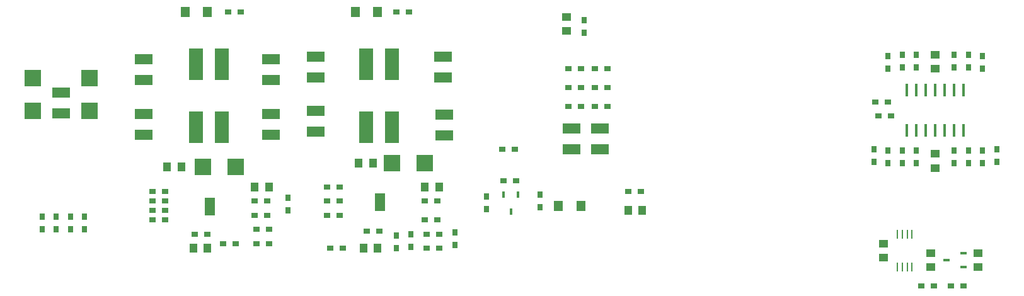
<source format=gbr>
G04 DipTrace 2.4.0.2*
%INTopPaste.gbr*%
%MOIN*%
%ADD60R,0.0077X0.0471*%
%ADD62R,0.0156X0.0707*%
%ADD64R,0.0333X0.0176*%
%ADD66R,0.055X0.0983*%
%ADD68R,0.055X0.0038*%
%ADD71R,0.0766X0.1692*%
%ADD75R,0.0176X0.0333*%
%ADD88R,0.0471X0.055*%
%ADD90R,0.0865X0.0865*%
%ADD92R,0.0511X0.0432*%
%ADD94R,0.0314X0.0353*%
%ADD96R,0.0983X0.055*%
%ADD98R,0.0432X0.0511*%
%ADD100R,0.0353X0.0314*%
%FSLAX44Y44*%
G04*
G70*
G90*
G75*
G01*
%LNTopPaste*%
%LPD*%
D100*
X13250Y6000D3*
X13919D3*
X22250Y5750D3*
X22919D3*
X14000Y4500D3*
X13331D3*
D98*
X10002Y4250D3*
X10750D3*
D100*
X23000D3*
X22331D3*
D98*
X19000D3*
X19748D3*
D96*
X7375Y10250D3*
Y11352D3*
Y14250D3*
Y13148D3*
D98*
X13250Y7500D3*
X13998D3*
D96*
X23219Y13281D3*
Y14383D3*
X23271Y11332D3*
Y10229D3*
D98*
X22250Y7500D3*
X22998D3*
X8625Y8562D3*
X9373D3*
X18750Y8750D3*
X19498D3*
D96*
X14125Y14250D3*
Y13148D3*
Y10250D3*
Y11352D3*
X16469Y11531D3*
Y10428D3*
Y13281D3*
Y14383D3*
D94*
X46750Y8750D3*
Y9419D3*
D92*
X51500Y3250D3*
Y3998D3*
D94*
X47500Y14500D3*
Y13831D3*
X51750Y8750D3*
Y9419D3*
X51000Y14500D3*
Y13831D3*
D92*
X46500Y3752D3*
Y4500D3*
X49000Y3250D3*
Y3998D3*
X49250Y14500D3*
Y13752D3*
Y9250D3*
Y8502D3*
X29750Y15750D3*
Y16498D3*
D96*
X31500Y9500D3*
Y10602D3*
X30000Y9500D3*
Y10602D3*
X3000Y12500D3*
Y11398D3*
D98*
X33002Y6250D3*
X33750D3*
D90*
X22250Y8750D3*
X20518D3*
X12250Y8562D3*
X10518D3*
D88*
X19750Y16750D3*
X18569D3*
X10750D3*
X9569D3*
X29319Y6500D3*
X30500D3*
D90*
X1500Y13250D3*
Y11518D3*
X4500Y13250D3*
Y11518D3*
D94*
X15000Y6250D3*
Y6919D3*
X23835Y4415D3*
Y5085D3*
D100*
X49169Y2250D3*
X48500D3*
X26331Y9500D3*
X27000D3*
D75*
X27171Y7077D3*
X26423D3*
X26797Y6171D3*
D100*
X17250Y4250D3*
X17919D3*
D94*
X21500Y5000D3*
Y4331D3*
D100*
X10081Y5000D3*
X10750D3*
X19165Y5165D3*
X19835D3*
X14000Y5250D3*
X13331D3*
X23000Y5000D3*
X22331D3*
X8500Y5750D3*
X7831D3*
X17750Y6000D3*
X17081D3*
X13250Y6750D3*
X13919D3*
X8500Y6250D3*
X7831D3*
X22250Y6750D3*
X22919D3*
X17750D3*
X17081D3*
X8500D3*
X7831D3*
X17750Y7500D3*
X17081D3*
X8500Y7250D3*
X7831D3*
X12250Y4500D3*
X11581D3*
D94*
X20750Y4250D3*
Y4919D3*
D100*
X12500Y16750D3*
X11831D3*
X20750D3*
X21419D3*
X50750Y2250D3*
X50081D3*
D94*
X47500Y8750D3*
Y9419D3*
X46000Y9500D3*
Y8831D3*
X46750Y13750D3*
Y14419D3*
X48250Y8750D3*
Y9419D3*
Y14500D3*
Y13831D3*
X51000Y8750D3*
Y9419D3*
X52500Y9498D3*
Y8829D3*
X51750Y13750D3*
Y14419D3*
X50250Y8750D3*
Y9419D3*
Y14500D3*
Y13831D3*
D100*
X46750Y12000D3*
X46081D3*
X46250Y11250D3*
X46919D3*
D94*
X30665Y16335D3*
Y15665D3*
D100*
X30500Y11750D3*
X29831D3*
X30500Y12750D3*
X29831D3*
X30500Y13750D3*
X29831D3*
X31250Y11750D3*
X31919D3*
X31250Y12750D3*
X31919D3*
X31250Y13750D3*
X31919D3*
X26415Y7835D3*
X27085D3*
D94*
X28335Y7085D3*
Y6415D3*
X25500Y7000D3*
Y6331D3*
X2000Y5250D3*
Y5919D3*
X4250Y5250D3*
Y5919D3*
D100*
X33000Y7250D3*
X33669D3*
D94*
X2750Y5250D3*
Y5919D3*
X3500Y5250D3*
Y5919D3*
D71*
X11500Y14000D3*
X10150D3*
Y10654D3*
X11500D3*
X20500Y14000D3*
X19150D3*
Y10654D3*
X20500D3*
D68*
X11750Y5750D3*
Y5947D3*
Y6144D3*
Y6341D3*
Y6537D3*
Y6734D3*
Y6931D3*
Y7128D3*
X10018D3*
Y6931D3*
Y6734D3*
Y6537D3*
Y6341D3*
Y6144D3*
Y5947D3*
Y5750D3*
D66*
X10884Y6439D3*
D68*
X20750Y6000D3*
Y6197D3*
Y6394D3*
Y6591D3*
Y6787D3*
Y6984D3*
Y7181D3*
Y7378D3*
X19018D3*
Y7181D3*
Y6984D3*
Y6787D3*
Y6591D3*
Y6394D3*
Y6197D3*
Y6000D3*
D66*
X19884Y6689D3*
D64*
X50750Y3250D3*
Y3998D3*
X49844Y3624D3*
D62*
X47750Y10500D3*
X48250D3*
X48750D3*
X49250D3*
X49750D3*
X50250D3*
X50750D3*
Y12626D3*
X50250D3*
X49750D3*
X49250D3*
X48750D3*
X48250D3*
X47750D3*
D60*
X47250Y3250D3*
X47506D3*
X47762D3*
X48018D3*
Y4982D3*
X47762D3*
X47506D3*
X47250D3*
M02*

</source>
